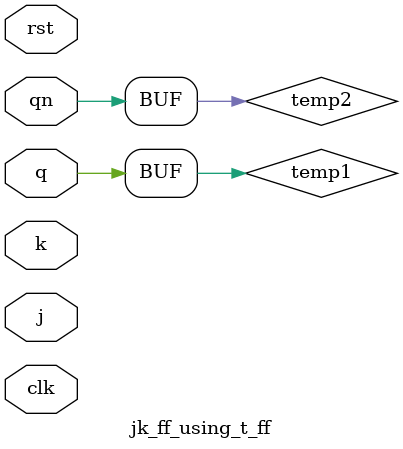
<source format=v>
module jk_ff_using_t_ff(clk,rst,j,k,q,qn);
	input clk,rst,j,k,q,qn;
	
	wire temp1,temp2,temp3;

	t_flipflop inst(clk,rst,temp,temp1,temp2);

	assign temp = (k & temp1) | (j & temp2);
	assign q = temp1;
	assign qn = temp2;
	
endmodule

</source>
